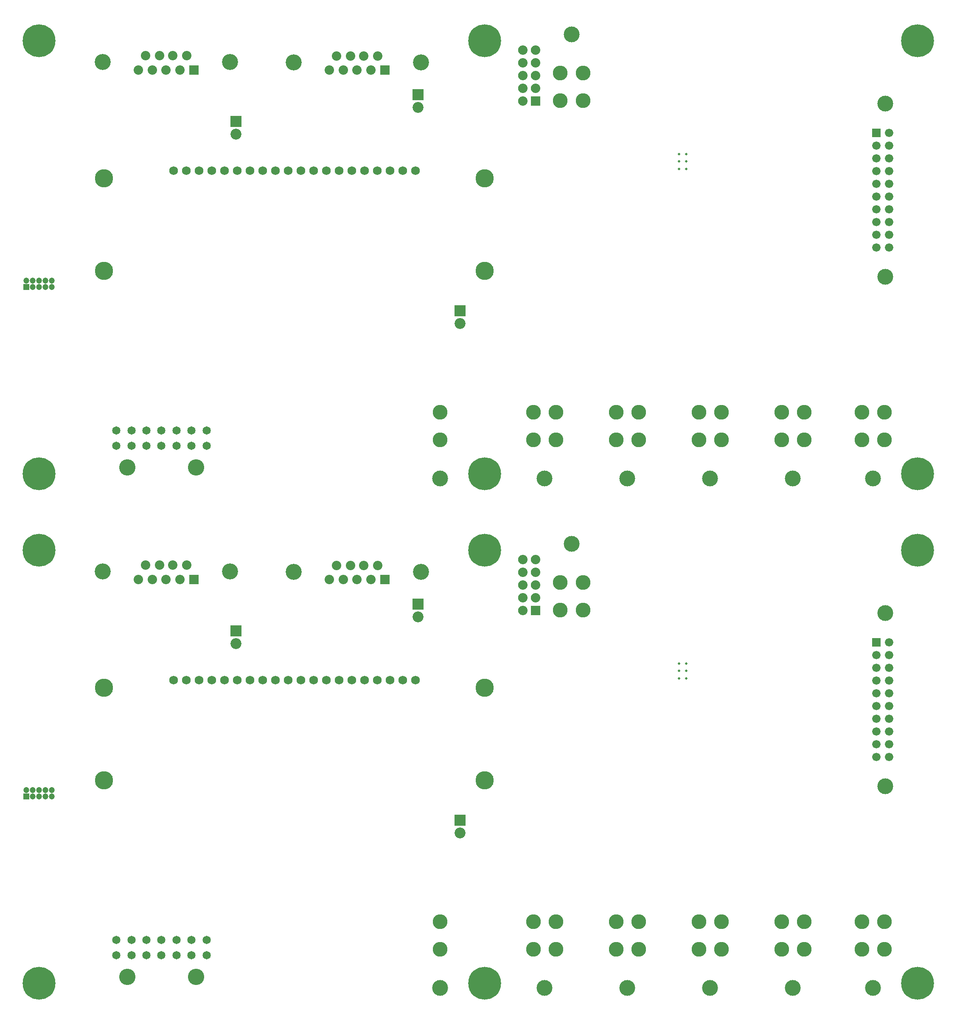
<source format=gbr>
G04 #@! TF.FileFunction,Soldermask,Bot*
%FSLAX46Y46*%
G04 Gerber Fmt 4.6, Leading zero omitted, Abs format (unit mm)*
G04 Created by KiCad (PCBNEW 4.0.2-stable) date 4/20/2016 1:41:14 PM*
%MOMM*%
G01*
G04 APERTURE LIST*
%ADD10C,0.100000*%
%ADD11C,1.752400*%
%ADD12C,3.652400*%
%ADD13C,3.152400*%
%ADD14R,1.676400X1.676400*%
%ADD15C,1.676400*%
%ADD16C,6.552400*%
%ADD17C,0.752400*%
%ADD18C,0.482400*%
%ADD19C,2.952400*%
%ADD20R,1.879600X1.879600*%
%ADD21O,1.879600X1.879600*%
%ADD22C,3.202400*%
%ADD23R,1.876400X1.876400*%
%ADD24C,1.876400*%
%ADD25R,2.184400X2.184400*%
%ADD26O,2.184400X2.184400*%
%ADD27C,1.652400*%
%ADD28C,3.252400*%
%ADD29R,1.202400X1.202400*%
%ADD30C,1.202400*%
G04 APERTURE END LIST*
D10*
D11*
X90270000Y-175792000D03*
X92810000Y-175792000D03*
X95350000Y-175792000D03*
X97890000Y-175792000D03*
X100430000Y-175792000D03*
X102970000Y-175792000D03*
X105510000Y-175792000D03*
X108050000Y-175792000D03*
X110590000Y-175792000D03*
X113130000Y-175792000D03*
X115670000Y-175792000D03*
X118210000Y-175792000D03*
X120750000Y-175792000D03*
X123290000Y-175792000D03*
X125830000Y-175792000D03*
X128370000Y-175792000D03*
X130910000Y-175792000D03*
X133450000Y-175792000D03*
X135990000Y-175792000D03*
X138530000Y-175792000D03*
D12*
X76400000Y-177292000D03*
X152400000Y-177292000D03*
X76400000Y-195792000D03*
X152400000Y-195792000D03*
D13*
X232308400Y-162433000D03*
D14*
X230505000Y-168275000D03*
D15*
X233045000Y-168275000D03*
X230505000Y-170815000D03*
X233045000Y-170815000D03*
X230505000Y-173355000D03*
X233045000Y-173355000D03*
X230505000Y-175895000D03*
X233045000Y-175895000D03*
X230505000Y-178435000D03*
X233045000Y-178435000D03*
X230505000Y-180975000D03*
X233045000Y-180975000D03*
X230505000Y-183515000D03*
X233045000Y-183515000D03*
X230505000Y-186055000D03*
X233045000Y-186055000D03*
X230505000Y-188595000D03*
X233045000Y-188595000D03*
X230505000Y-191135000D03*
X233045000Y-191135000D03*
D13*
X232308400Y-196977000D03*
D16*
X238760000Y-149860000D03*
D17*
X241160000Y-149860000D03*
X240457056Y-151557056D03*
X238760000Y-152260000D03*
X237062944Y-151557056D03*
X236360000Y-149860000D03*
X237062944Y-148162944D03*
X238760000Y-147460000D03*
X240457056Y-148162944D03*
D18*
X191111000Y-172446400D03*
X192611000Y-172446400D03*
X191111000Y-173946400D03*
X192611000Y-173946400D03*
X191111000Y-175446400D03*
X192611000Y-175446400D03*
D19*
X195084000Y-223945000D03*
X195084000Y-229445000D03*
X199584000Y-223945000D03*
X199584000Y-229445000D03*
D13*
X197334000Y-237195000D03*
D19*
X227620000Y-223945000D03*
X227620000Y-229445000D03*
X232120000Y-223945000D03*
X232120000Y-229445000D03*
D13*
X229870000Y-237195000D03*
D16*
X238760000Y-236220000D03*
D17*
X241160000Y-236220000D03*
X240457056Y-237917056D03*
X238760000Y-238620000D03*
X237062944Y-237917056D03*
X236360000Y-236220000D03*
X237062944Y-234522944D03*
X238760000Y-233820000D03*
X240457056Y-234522944D03*
D19*
X211594000Y-223945000D03*
X211594000Y-229445000D03*
X216094000Y-223945000D03*
X216094000Y-229445000D03*
D13*
X213844000Y-237195000D03*
D19*
X171970000Y-161840000D03*
X171970000Y-156340000D03*
X167470000Y-161840000D03*
X167470000Y-156340000D03*
D13*
X169720000Y-148590000D03*
D16*
X152400000Y-149860000D03*
D17*
X154800000Y-149860000D03*
X154097056Y-151557056D03*
X152400000Y-152260000D03*
X150702944Y-151557056D03*
X150000000Y-149860000D03*
X150702944Y-148162944D03*
X152400000Y-147460000D03*
X154097056Y-148162944D03*
D20*
X162560000Y-161925000D03*
D21*
X160020000Y-161925000D03*
X162560000Y-159385000D03*
X160020000Y-159385000D03*
X162560000Y-156845000D03*
X160020000Y-156845000D03*
X162560000Y-154305000D03*
X160020000Y-154305000D03*
X162560000Y-151765000D03*
X160020000Y-151765000D03*
D22*
X139700000Y-154178000D03*
X114300000Y-154178000D03*
D23*
X132461000Y-155742400D03*
D24*
X129667000Y-155742400D03*
X126873000Y-155742400D03*
X124206000Y-155742400D03*
X121412000Y-155742400D03*
X122809000Y-152908000D03*
X125603000Y-152908000D03*
X128270000Y-152908000D03*
X131064000Y-152908000D03*
D25*
X139065000Y-160655000D03*
D26*
X139065000Y-163195000D03*
D25*
X102743000Y-165989000D03*
D26*
X102743000Y-168529000D03*
D22*
X101600000Y-154137600D03*
X76200000Y-154137600D03*
D23*
X94361000Y-155702000D03*
D24*
X91567000Y-155702000D03*
X88773000Y-155702000D03*
X86106000Y-155702000D03*
X83312000Y-155702000D03*
X84709000Y-152867600D03*
X87503000Y-152867600D03*
X90170000Y-152867600D03*
X92964000Y-152867600D03*
D16*
X63500000Y-149860000D03*
D17*
X65900000Y-149860000D03*
X65197056Y-151557056D03*
X63500000Y-152260000D03*
X61802944Y-151557056D03*
X61100000Y-149860000D03*
X61802944Y-148162944D03*
X63500000Y-147460000D03*
X65197056Y-148162944D03*
D16*
X63500000Y-236220000D03*
D17*
X65900000Y-236220000D03*
X65197056Y-237917056D03*
X63500000Y-238620000D03*
X61802944Y-237917056D03*
X61100000Y-236220000D03*
X61802944Y-234522944D03*
X63500000Y-233820000D03*
X65197056Y-234522944D03*
D27*
X96884000Y-230630000D03*
X96884000Y-227630000D03*
X93884000Y-227630000D03*
X93884000Y-230630000D03*
X90884000Y-230630000D03*
X90884000Y-227630000D03*
D28*
X94784000Y-234950000D03*
D27*
X87884000Y-227630000D03*
X87884000Y-230630000D03*
X84884000Y-230630000D03*
X84884000Y-227630000D03*
X81884000Y-227630000D03*
X81884000Y-230630000D03*
X78884000Y-227630000D03*
X78884000Y-230630000D03*
D28*
X81084000Y-234950000D03*
D29*
X60960000Y-199009000D03*
D30*
X62230000Y-199009000D03*
X63500000Y-199009000D03*
X64770000Y-199009000D03*
X66040000Y-199009000D03*
X62230000Y-197739000D03*
X63500000Y-197739000D03*
X64770000Y-197739000D03*
X66040000Y-197739000D03*
X60960000Y-197739000D03*
D19*
X143510000Y-223945000D03*
X143510000Y-229445000D03*
D13*
X143510000Y-237195000D03*
D16*
X152400000Y-236220000D03*
D17*
X154800000Y-236220000D03*
X154097056Y-237917056D03*
X152400000Y-238620000D03*
X150702944Y-237917056D03*
X150000000Y-236220000D03*
X150702944Y-234522944D03*
X152400000Y-233820000D03*
X154097056Y-234522944D03*
D25*
X147447000Y-203708000D03*
D26*
X147447000Y-206248000D03*
D19*
X178574000Y-223945000D03*
X178574000Y-229445000D03*
X183074000Y-223945000D03*
X183074000Y-229445000D03*
D13*
X180824000Y-237195000D03*
D19*
X162064000Y-223945000D03*
X162064000Y-229445000D03*
X166564000Y-223945000D03*
X166564000Y-229445000D03*
D13*
X164314000Y-237195000D03*
D29*
X60960000Y-97409000D03*
D30*
X62230000Y-97409000D03*
X63500000Y-97409000D03*
X64770000Y-97409000D03*
X66040000Y-97409000D03*
X62230000Y-96139000D03*
X63500000Y-96139000D03*
X64770000Y-96139000D03*
X66040000Y-96139000D03*
X60960000Y-96139000D03*
D25*
X147447000Y-102108000D03*
D26*
X147447000Y-104648000D03*
D27*
X96884000Y-129030000D03*
X96884000Y-126030000D03*
X93884000Y-126030000D03*
X93884000Y-129030000D03*
X90884000Y-129030000D03*
X90884000Y-126030000D03*
D28*
X94784000Y-133350000D03*
D27*
X87884000Y-126030000D03*
X87884000Y-129030000D03*
X84884000Y-129030000D03*
X84884000Y-126030000D03*
X81884000Y-126030000D03*
X81884000Y-129030000D03*
X78884000Y-126030000D03*
X78884000Y-129030000D03*
D28*
X81084000Y-133350000D03*
D25*
X102743000Y-64389000D03*
D26*
X102743000Y-66929000D03*
D25*
X139065000Y-59055000D03*
D26*
X139065000Y-61595000D03*
D16*
X63500000Y-48260000D03*
D17*
X65900000Y-48260000D03*
X65197056Y-49957056D03*
X63500000Y-50660000D03*
X61802944Y-49957056D03*
X61100000Y-48260000D03*
X61802944Y-46562944D03*
X63500000Y-45860000D03*
X65197056Y-46562944D03*
D16*
X63500000Y-134620000D03*
D17*
X65900000Y-134620000D03*
X65197056Y-136317056D03*
X63500000Y-137020000D03*
X61802944Y-136317056D03*
X61100000Y-134620000D03*
X61802944Y-132922944D03*
X63500000Y-132220000D03*
X65197056Y-132922944D03*
D16*
X152400000Y-134620000D03*
D17*
X154800000Y-134620000D03*
X154097056Y-136317056D03*
X152400000Y-137020000D03*
X150702944Y-136317056D03*
X150000000Y-134620000D03*
X150702944Y-132922944D03*
X152400000Y-132220000D03*
X154097056Y-132922944D03*
D16*
X238760000Y-134620000D03*
D17*
X241160000Y-134620000D03*
X240457056Y-136317056D03*
X238760000Y-137020000D03*
X237062944Y-136317056D03*
X236360000Y-134620000D03*
X237062944Y-132922944D03*
X238760000Y-132220000D03*
X240457056Y-132922944D03*
D18*
X191111000Y-70846400D03*
X192611000Y-70846400D03*
X191111000Y-72346400D03*
X192611000Y-72346400D03*
X191111000Y-73846400D03*
X192611000Y-73846400D03*
D16*
X238760000Y-48260000D03*
D17*
X241160000Y-48260000D03*
X240457056Y-49957056D03*
X238760000Y-50660000D03*
X237062944Y-49957056D03*
X236360000Y-48260000D03*
X237062944Y-46562944D03*
X238760000Y-45860000D03*
X240457056Y-46562944D03*
D16*
X152400000Y-48260000D03*
D17*
X154800000Y-48260000D03*
X154097056Y-49957056D03*
X152400000Y-50660000D03*
X150702944Y-49957056D03*
X150000000Y-48260000D03*
X150702944Y-46562944D03*
X152400000Y-45860000D03*
X154097056Y-46562944D03*
D11*
X90270000Y-74192000D03*
X92810000Y-74192000D03*
X95350000Y-74192000D03*
X97890000Y-74192000D03*
X100430000Y-74192000D03*
X102970000Y-74192000D03*
X105510000Y-74192000D03*
X108050000Y-74192000D03*
X110590000Y-74192000D03*
X113130000Y-74192000D03*
X115670000Y-74192000D03*
X118210000Y-74192000D03*
X120750000Y-74192000D03*
X123290000Y-74192000D03*
X125830000Y-74192000D03*
X128370000Y-74192000D03*
X130910000Y-74192000D03*
X133450000Y-74192000D03*
X135990000Y-74192000D03*
X138530000Y-74192000D03*
D12*
X76400000Y-75692000D03*
X152400000Y-75692000D03*
X76400000Y-94192000D03*
X152400000Y-94192000D03*
D20*
X162560000Y-60325000D03*
D21*
X160020000Y-60325000D03*
X162560000Y-57785000D03*
X160020000Y-57785000D03*
X162560000Y-55245000D03*
X160020000Y-55245000D03*
X162560000Y-52705000D03*
X160020000Y-52705000D03*
X162560000Y-50165000D03*
X160020000Y-50165000D03*
D13*
X232308400Y-60833000D03*
D14*
X230505000Y-66675000D03*
D15*
X233045000Y-66675000D03*
X230505000Y-69215000D03*
X233045000Y-69215000D03*
X230505000Y-71755000D03*
X233045000Y-71755000D03*
X230505000Y-74295000D03*
X233045000Y-74295000D03*
X230505000Y-76835000D03*
X233045000Y-76835000D03*
X230505000Y-79375000D03*
X233045000Y-79375000D03*
X230505000Y-81915000D03*
X233045000Y-81915000D03*
X230505000Y-84455000D03*
X233045000Y-84455000D03*
X230505000Y-86995000D03*
X233045000Y-86995000D03*
X230505000Y-89535000D03*
X233045000Y-89535000D03*
D13*
X232308400Y-95377000D03*
D19*
X171970000Y-60240000D03*
X171970000Y-54740000D03*
X167470000Y-60240000D03*
X167470000Y-54740000D03*
D13*
X169720000Y-46990000D03*
D19*
X143510000Y-122345000D03*
X143510000Y-127845000D03*
D13*
X143510000Y-135595000D03*
D19*
X162064000Y-122345000D03*
X162064000Y-127845000D03*
X166564000Y-122345000D03*
X166564000Y-127845000D03*
D13*
X164314000Y-135595000D03*
D19*
X211594000Y-122345000D03*
X211594000Y-127845000D03*
X216094000Y-122345000D03*
X216094000Y-127845000D03*
D13*
X213844000Y-135595000D03*
D19*
X178574000Y-122345000D03*
X178574000Y-127845000D03*
X183074000Y-122345000D03*
X183074000Y-127845000D03*
D13*
X180824000Y-135595000D03*
D19*
X195084000Y-122345000D03*
X195084000Y-127845000D03*
X199584000Y-122345000D03*
X199584000Y-127845000D03*
D13*
X197334000Y-135595000D03*
D19*
X227620000Y-122345000D03*
X227620000Y-127845000D03*
X232120000Y-122345000D03*
X232120000Y-127845000D03*
D13*
X229870000Y-135595000D03*
D22*
X139700000Y-52578000D03*
X114300000Y-52578000D03*
D23*
X132461000Y-54142400D03*
D24*
X129667000Y-54142400D03*
X126873000Y-54142400D03*
X124206000Y-54142400D03*
X121412000Y-54142400D03*
X122809000Y-51308000D03*
X125603000Y-51308000D03*
X128270000Y-51308000D03*
X131064000Y-51308000D03*
D22*
X101600000Y-52537600D03*
X76200000Y-52537600D03*
D23*
X94361000Y-54102000D03*
D24*
X91567000Y-54102000D03*
X88773000Y-54102000D03*
X86106000Y-54102000D03*
X83312000Y-54102000D03*
X84709000Y-51267600D03*
X87503000Y-51267600D03*
X90170000Y-51267600D03*
X92964000Y-51267600D03*
M02*

</source>
